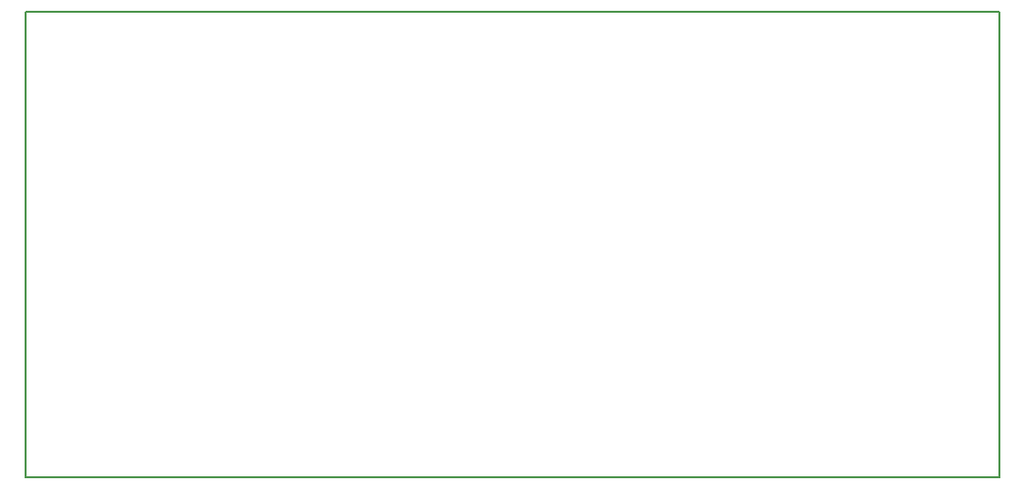
<source format=gbr>
G04 #@! TF.FileFunction,Profile,NP*
%FSLAX46Y46*%
G04 Gerber Fmt 4.6, Leading zero omitted, Abs format (unit mm)*
G04 Created by KiCad (PCBNEW 4.0.5+dfsg1-4) date Sun Jun 18 22:39:19 2017*
%MOMM*%
%LPD*%
G01*
G04 APERTURE LIST*
%ADD10C,0.100000*%
%ADD11C,0.150000*%
G04 APERTURE END LIST*
D10*
D11*
X99822000Y-14732000D02*
X16002000Y-14732000D01*
X99822000Y-54864000D02*
X99822000Y-14732000D01*
X16002000Y-54864000D02*
X99822000Y-54864000D01*
X16002000Y-14732000D02*
X16002000Y-54864000D01*
M02*

</source>
